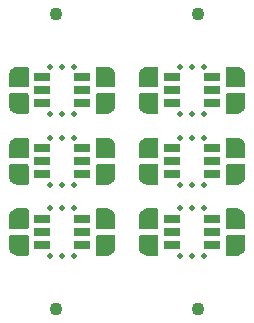
<source format=gts>
G04 #@! TF.GenerationSoftware,KiCad,Pcbnew,8.0.1*
G04 #@! TF.CreationDate,2024-04-12T13:03:15-07:00*
G04 #@! TF.ProjectId,Pinlight_panel,50696e6c-6967-4687-945f-70616e656c2e,rev?*
G04 #@! TF.SameCoordinates,Original*
G04 #@! TF.FileFunction,Soldermask,Top*
G04 #@! TF.FilePolarity,Negative*
%FSLAX46Y46*%
G04 Gerber Fmt 4.6, Leading zero omitted, Abs format (unit mm)*
G04 Created by KiCad (PCBNEW 8.0.1) date 2024-04-12 13:03:15*
%MOMM*%
%LPD*%
G01*
G04 APERTURE LIST*
%ADD10C,0.500000*%
%ADD11C,1.100000*%
%ADD12C,1.000000*%
%ADD13R,1.400000X0.650000*%
G04 APERTURE END LIST*
D10*
X144000000Y-42999500D03*
X155000000Y-30999500D03*
X143000000Y-32999978D03*
D11*
X154500000Y-47499500D03*
D10*
X142000000Y-36999500D03*
D12*
X150300000Y-39799500D03*
D13*
X152300000Y-27899500D03*
X152300000Y-28999500D03*
X152300000Y-30099500D03*
X155700000Y-30099500D03*
X155700000Y-28999500D03*
X155700000Y-27899500D03*
D10*
X144000000Y-26999852D03*
X144000000Y-38999851D03*
D12*
X157700000Y-39799500D03*
D10*
X143000000Y-38999978D03*
D12*
X150300000Y-33799500D03*
X150300000Y-30199500D03*
X146700000Y-33799500D03*
D10*
X154000000Y-32999978D03*
X153000000Y-27000107D03*
X144000000Y-36999500D03*
X142000000Y-27000107D03*
X155000000Y-26999852D03*
D12*
X146700000Y-42199500D03*
X157700000Y-42199500D03*
X150300000Y-27799500D03*
X139300000Y-42199500D03*
X150300000Y-36199500D03*
D13*
X152300000Y-33899500D03*
X152300000Y-34999500D03*
X152300000Y-36099500D03*
X155700000Y-36099500D03*
X155700000Y-34999500D03*
X155700000Y-33899500D03*
D12*
X139300000Y-30199500D03*
D10*
X153000000Y-39000106D03*
D12*
X139300000Y-33799500D03*
D10*
X155000000Y-38999851D03*
D13*
X152300000Y-39899500D03*
X152300000Y-40999500D03*
X152300000Y-42099500D03*
X155700000Y-42099500D03*
X155700000Y-40999500D03*
X155700000Y-39899500D03*
D10*
X155000000Y-42999500D03*
X154000000Y-38999978D03*
X154000000Y-36999500D03*
D12*
X139300000Y-39799500D03*
D10*
X142000000Y-42999500D03*
D12*
X157700000Y-33799500D03*
D10*
X142000000Y-39000106D03*
D12*
X146700000Y-39799500D03*
D13*
X141300000Y-33899500D03*
X141300000Y-34999500D03*
X141300000Y-36099500D03*
X144700000Y-36099500D03*
X144700000Y-34999500D03*
X144700000Y-33899500D03*
D12*
X146700000Y-30199500D03*
D10*
X144000000Y-30999500D03*
X144000000Y-32999851D03*
X143000000Y-36999500D03*
X143000000Y-30999500D03*
X153000000Y-33000106D03*
D12*
X157700000Y-30199500D03*
X157700000Y-36199500D03*
D11*
X154500000Y-22500000D03*
D10*
X153000000Y-42999500D03*
D13*
X141300000Y-27899500D03*
X141300000Y-28999500D03*
X141300000Y-30099500D03*
X144700000Y-30099500D03*
X144700000Y-28999500D03*
X144700000Y-27899500D03*
D10*
X143000000Y-42999500D03*
X142000000Y-30999500D03*
X154000000Y-30999500D03*
D12*
X146700000Y-27799500D03*
D10*
X143000000Y-26999979D03*
D11*
X142500000Y-22500000D03*
D10*
X154000000Y-42999500D03*
X154000000Y-26999979D03*
D12*
X157700000Y-27799500D03*
D10*
X153000000Y-30999500D03*
X142000000Y-33000106D03*
D12*
X146700000Y-36199500D03*
D10*
X153000000Y-36999500D03*
D12*
X139300000Y-27799500D03*
X139300000Y-36199500D03*
D13*
X141300000Y-39899500D03*
X141300000Y-40999500D03*
X141300000Y-42099500D03*
X144700000Y-42099500D03*
X144700000Y-40999500D03*
X144700000Y-39899500D03*
D10*
X155000000Y-36999500D03*
D12*
X150300000Y-42199500D03*
D11*
X142500000Y-47499500D03*
D10*
X155000000Y-32999851D03*
G36*
X146751751Y-32999549D02*
G01*
X146822024Y-33001516D01*
X146846147Y-33004576D01*
X146984872Y-33036239D01*
X147011081Y-33045410D01*
X147137699Y-33106386D01*
X147161210Y-33121159D01*
X147271084Y-33208781D01*
X147290718Y-33228415D01*
X147378340Y-33338289D01*
X147393113Y-33361800D01*
X147454089Y-33488418D01*
X147463260Y-33514627D01*
X147494923Y-33653352D01*
X147497983Y-33677474D01*
X147499951Y-33747748D01*
X147500000Y-33751219D01*
X147500000Y-34625500D01*
X147480315Y-34692539D01*
X147427511Y-34738294D01*
X147376000Y-34749500D01*
X145974000Y-34749500D01*
X145906961Y-34729815D01*
X145861206Y-34677011D01*
X145850000Y-34625500D01*
X145850000Y-33123500D01*
X145869685Y-33056461D01*
X145922489Y-33010706D01*
X145974000Y-32999500D01*
X146748281Y-32999500D01*
X146751751Y-32999549D01*
G37*
G36*
X140093039Y-35269185D02*
G01*
X140138794Y-35321989D01*
X140150000Y-35373500D01*
X140150000Y-36875500D01*
X140130315Y-36942539D01*
X140077511Y-36988294D01*
X140026000Y-36999500D01*
X139251719Y-36999500D01*
X139248248Y-36999451D01*
X139177974Y-36997483D01*
X139153852Y-36994423D01*
X139015127Y-36962760D01*
X138988918Y-36953589D01*
X138862300Y-36892613D01*
X138838789Y-36877840D01*
X138728915Y-36790218D01*
X138709281Y-36770584D01*
X138621659Y-36660710D01*
X138606886Y-36637199D01*
X138545910Y-36510581D01*
X138536739Y-36484372D01*
X138505076Y-36345647D01*
X138502016Y-36321523D01*
X138500049Y-36251249D01*
X138500000Y-36247780D01*
X138500000Y-35373500D01*
X138519685Y-35306461D01*
X138572489Y-35260706D01*
X138624000Y-35249500D01*
X140026000Y-35249500D01*
X140093039Y-35269185D01*
G37*
G36*
X158443039Y-41269185D02*
G01*
X158488794Y-41321989D01*
X158500000Y-41373500D01*
X158500000Y-42247780D01*
X158499951Y-42251251D01*
X158497983Y-42321525D01*
X158494923Y-42345647D01*
X158463260Y-42484372D01*
X158454089Y-42510581D01*
X158393113Y-42637199D01*
X158378340Y-42660710D01*
X158290718Y-42770584D01*
X158271084Y-42790218D01*
X158161210Y-42877840D01*
X158137699Y-42892613D01*
X158011081Y-42953589D01*
X157984872Y-42962760D01*
X157846147Y-42994423D01*
X157822025Y-42997483D01*
X157751752Y-42999451D01*
X157748281Y-42999500D01*
X156974000Y-42999500D01*
X156906961Y-42979815D01*
X156861206Y-42927011D01*
X156850000Y-42875500D01*
X156850000Y-41373500D01*
X156869685Y-41306461D01*
X156922489Y-41260706D01*
X156974000Y-41249500D01*
X158376000Y-41249500D01*
X158443039Y-41269185D01*
G37*
G36*
X151093039Y-29269185D02*
G01*
X151138794Y-29321989D01*
X151150000Y-29373500D01*
X151150000Y-30875500D01*
X151130315Y-30942539D01*
X151077511Y-30988294D01*
X151026000Y-30999500D01*
X150251719Y-30999500D01*
X150248248Y-30999451D01*
X150177974Y-30997483D01*
X150153852Y-30994423D01*
X150015127Y-30962760D01*
X149988918Y-30953589D01*
X149862300Y-30892613D01*
X149838789Y-30877840D01*
X149728915Y-30790218D01*
X149709281Y-30770584D01*
X149621659Y-30660710D01*
X149606886Y-30637199D01*
X149545910Y-30510581D01*
X149536739Y-30484372D01*
X149505076Y-30345647D01*
X149502016Y-30321523D01*
X149500049Y-30251249D01*
X149500000Y-30247780D01*
X149500000Y-29373500D01*
X149519685Y-29306461D01*
X149572489Y-29260706D01*
X149624000Y-29249500D01*
X151026000Y-29249500D01*
X151093039Y-29269185D01*
G37*
G36*
X140093039Y-27019185D02*
G01*
X140138794Y-27071989D01*
X140150000Y-27123500D01*
X140150000Y-28625500D01*
X140130315Y-28692539D01*
X140077511Y-28738294D01*
X140026000Y-28749500D01*
X138624000Y-28749500D01*
X138556961Y-28729815D01*
X138511206Y-28677011D01*
X138500000Y-28625500D01*
X138500000Y-27751219D01*
X138500049Y-27747750D01*
X138502016Y-27677476D01*
X138505076Y-27653352D01*
X138536739Y-27514627D01*
X138545910Y-27488418D01*
X138606886Y-27361800D01*
X138621659Y-27338289D01*
X138709281Y-27228415D01*
X138728915Y-27208781D01*
X138838789Y-27121159D01*
X138862300Y-27106386D01*
X138988918Y-27045410D01*
X139015127Y-27036239D01*
X139153852Y-27004576D01*
X139177976Y-27001516D01*
X139248250Y-26999549D01*
X139251719Y-26999500D01*
X140026000Y-26999500D01*
X140093039Y-27019185D01*
G37*
G36*
X158443039Y-29269185D02*
G01*
X158488794Y-29321989D01*
X158500000Y-29373500D01*
X158500000Y-30247780D01*
X158499951Y-30251251D01*
X158497983Y-30321525D01*
X158494923Y-30345647D01*
X158463260Y-30484372D01*
X158454089Y-30510581D01*
X158393113Y-30637199D01*
X158378340Y-30660710D01*
X158290718Y-30770584D01*
X158271084Y-30790218D01*
X158161210Y-30877840D01*
X158137699Y-30892613D01*
X158011081Y-30953589D01*
X157984872Y-30962760D01*
X157846147Y-30994423D01*
X157822025Y-30997483D01*
X157751752Y-30999451D01*
X157748281Y-30999500D01*
X156974000Y-30999500D01*
X156906961Y-30979815D01*
X156861206Y-30927011D01*
X156850000Y-30875500D01*
X156850000Y-29373500D01*
X156869685Y-29306461D01*
X156922489Y-29260706D01*
X156974000Y-29249500D01*
X158376000Y-29249500D01*
X158443039Y-29269185D01*
G37*
G36*
X157751751Y-38999549D02*
G01*
X157822024Y-39001516D01*
X157846147Y-39004576D01*
X157984872Y-39036239D01*
X158011081Y-39045410D01*
X158137699Y-39106386D01*
X158161210Y-39121159D01*
X158271084Y-39208781D01*
X158290718Y-39228415D01*
X158378340Y-39338289D01*
X158393113Y-39361800D01*
X158454089Y-39488418D01*
X158463260Y-39514627D01*
X158494923Y-39653352D01*
X158497983Y-39677474D01*
X158499951Y-39747748D01*
X158500000Y-39751219D01*
X158500000Y-40625500D01*
X158480315Y-40692539D01*
X158427511Y-40738294D01*
X158376000Y-40749500D01*
X156974000Y-40749500D01*
X156906961Y-40729815D01*
X156861206Y-40677011D01*
X156850000Y-40625500D01*
X156850000Y-39123500D01*
X156869685Y-39056461D01*
X156922489Y-39010706D01*
X156974000Y-38999500D01*
X157748281Y-38999500D01*
X157751751Y-38999549D01*
G37*
G36*
X140093039Y-39019185D02*
G01*
X140138794Y-39071989D01*
X140150000Y-39123500D01*
X140150000Y-40625500D01*
X140130315Y-40692539D01*
X140077511Y-40738294D01*
X140026000Y-40749500D01*
X138624000Y-40749500D01*
X138556961Y-40729815D01*
X138511206Y-40677011D01*
X138500000Y-40625500D01*
X138500000Y-39751219D01*
X138500049Y-39747750D01*
X138502016Y-39677476D01*
X138505076Y-39653352D01*
X138536739Y-39514627D01*
X138545910Y-39488418D01*
X138606886Y-39361800D01*
X138621659Y-39338289D01*
X138709281Y-39228415D01*
X138728915Y-39208781D01*
X138838789Y-39121159D01*
X138862300Y-39106386D01*
X138988918Y-39045410D01*
X139015127Y-39036239D01*
X139153852Y-39004576D01*
X139177976Y-39001516D01*
X139248250Y-38999549D01*
X139251719Y-38999500D01*
X140026000Y-38999500D01*
X140093039Y-39019185D01*
G37*
G36*
X151093039Y-41269185D02*
G01*
X151138794Y-41321989D01*
X151150000Y-41373500D01*
X151150000Y-42875500D01*
X151130315Y-42942539D01*
X151077511Y-42988294D01*
X151026000Y-42999500D01*
X150251719Y-42999500D01*
X150248248Y-42999451D01*
X150177974Y-42997483D01*
X150153852Y-42994423D01*
X150015127Y-42962760D01*
X149988918Y-42953589D01*
X149862300Y-42892613D01*
X149838789Y-42877840D01*
X149728915Y-42790218D01*
X149709281Y-42770584D01*
X149621659Y-42660710D01*
X149606886Y-42637199D01*
X149545910Y-42510581D01*
X149536739Y-42484372D01*
X149505076Y-42345647D01*
X149502016Y-42321523D01*
X149500049Y-42251249D01*
X149500000Y-42247780D01*
X149500000Y-41373500D01*
X149519685Y-41306461D01*
X149572489Y-41260706D01*
X149624000Y-41249500D01*
X151026000Y-41249500D01*
X151093039Y-41269185D01*
G37*
G36*
X157751751Y-26999549D02*
G01*
X157822024Y-27001516D01*
X157846147Y-27004576D01*
X157984872Y-27036239D01*
X158011081Y-27045410D01*
X158137699Y-27106386D01*
X158161210Y-27121159D01*
X158271084Y-27208781D01*
X158290718Y-27228415D01*
X158378340Y-27338289D01*
X158393113Y-27361800D01*
X158454089Y-27488418D01*
X158463260Y-27514627D01*
X158494923Y-27653352D01*
X158497983Y-27677474D01*
X158499951Y-27747748D01*
X158500000Y-27751219D01*
X158500000Y-28625500D01*
X158480315Y-28692539D01*
X158427511Y-28738294D01*
X158376000Y-28749500D01*
X156974000Y-28749500D01*
X156906961Y-28729815D01*
X156861206Y-28677011D01*
X156850000Y-28625500D01*
X156850000Y-27123500D01*
X156869685Y-27056461D01*
X156922489Y-27010706D01*
X156974000Y-26999500D01*
X157748281Y-26999500D01*
X157751751Y-26999549D01*
G37*
G36*
X140093039Y-29269185D02*
G01*
X140138794Y-29321989D01*
X140150000Y-29373500D01*
X140150000Y-30875500D01*
X140130315Y-30942539D01*
X140077511Y-30988294D01*
X140026000Y-30999500D01*
X139251719Y-30999500D01*
X139248248Y-30999451D01*
X139177974Y-30997483D01*
X139153852Y-30994423D01*
X139015127Y-30962760D01*
X138988918Y-30953589D01*
X138862300Y-30892613D01*
X138838789Y-30877840D01*
X138728915Y-30790218D01*
X138709281Y-30770584D01*
X138621659Y-30660710D01*
X138606886Y-30637199D01*
X138545910Y-30510581D01*
X138536739Y-30484372D01*
X138505076Y-30345647D01*
X138502016Y-30321523D01*
X138500049Y-30251249D01*
X138500000Y-30247780D01*
X138500000Y-29373500D01*
X138519685Y-29306461D01*
X138572489Y-29260706D01*
X138624000Y-29249500D01*
X140026000Y-29249500D01*
X140093039Y-29269185D01*
G37*
G36*
X147443039Y-41269185D02*
G01*
X147488794Y-41321989D01*
X147500000Y-41373500D01*
X147500000Y-42247780D01*
X147499951Y-42251251D01*
X147497983Y-42321525D01*
X147494923Y-42345647D01*
X147463260Y-42484372D01*
X147454089Y-42510581D01*
X147393113Y-42637199D01*
X147378340Y-42660710D01*
X147290718Y-42770584D01*
X147271084Y-42790218D01*
X147161210Y-42877840D01*
X147137699Y-42892613D01*
X147011081Y-42953589D01*
X146984872Y-42962760D01*
X146846147Y-42994423D01*
X146822025Y-42997483D01*
X146751752Y-42999451D01*
X146748281Y-42999500D01*
X145974000Y-42999500D01*
X145906961Y-42979815D01*
X145861206Y-42927011D01*
X145850000Y-42875500D01*
X145850000Y-41373500D01*
X145869685Y-41306461D01*
X145922489Y-41260706D01*
X145974000Y-41249500D01*
X147376000Y-41249500D01*
X147443039Y-41269185D01*
G37*
G36*
X140093039Y-41269185D02*
G01*
X140138794Y-41321989D01*
X140150000Y-41373500D01*
X140150000Y-42875500D01*
X140130315Y-42942539D01*
X140077511Y-42988294D01*
X140026000Y-42999500D01*
X139251719Y-42999500D01*
X139248248Y-42999451D01*
X139177974Y-42997483D01*
X139153852Y-42994423D01*
X139015127Y-42962760D01*
X138988918Y-42953589D01*
X138862300Y-42892613D01*
X138838789Y-42877840D01*
X138728915Y-42790218D01*
X138709281Y-42770584D01*
X138621659Y-42660710D01*
X138606886Y-42637199D01*
X138545910Y-42510581D01*
X138536739Y-42484372D01*
X138505076Y-42345647D01*
X138502016Y-42321523D01*
X138500049Y-42251249D01*
X138500000Y-42247780D01*
X138500000Y-41373500D01*
X138519685Y-41306461D01*
X138572489Y-41260706D01*
X138624000Y-41249500D01*
X140026000Y-41249500D01*
X140093039Y-41269185D01*
G37*
G36*
X158443039Y-35269185D02*
G01*
X158488794Y-35321989D01*
X158500000Y-35373500D01*
X158500000Y-36247780D01*
X158499951Y-36251251D01*
X158497983Y-36321525D01*
X158494923Y-36345647D01*
X158463260Y-36484372D01*
X158454089Y-36510581D01*
X158393113Y-36637199D01*
X158378340Y-36660710D01*
X158290718Y-36770584D01*
X158271084Y-36790218D01*
X158161210Y-36877840D01*
X158137699Y-36892613D01*
X158011081Y-36953589D01*
X157984872Y-36962760D01*
X157846147Y-36994423D01*
X157822025Y-36997483D01*
X157751752Y-36999451D01*
X157748281Y-36999500D01*
X156974000Y-36999500D01*
X156906961Y-36979815D01*
X156861206Y-36927011D01*
X156850000Y-36875500D01*
X156850000Y-35373500D01*
X156869685Y-35306461D01*
X156922489Y-35260706D01*
X156974000Y-35249500D01*
X158376000Y-35249500D01*
X158443039Y-35269185D01*
G37*
G36*
X151093039Y-35269185D02*
G01*
X151138794Y-35321989D01*
X151150000Y-35373500D01*
X151150000Y-36875500D01*
X151130315Y-36942539D01*
X151077511Y-36988294D01*
X151026000Y-36999500D01*
X150251719Y-36999500D01*
X150248248Y-36999451D01*
X150177974Y-36997483D01*
X150153852Y-36994423D01*
X150015127Y-36962760D01*
X149988918Y-36953589D01*
X149862300Y-36892613D01*
X149838789Y-36877840D01*
X149728915Y-36790218D01*
X149709281Y-36770584D01*
X149621659Y-36660710D01*
X149606886Y-36637199D01*
X149545910Y-36510581D01*
X149536739Y-36484372D01*
X149505076Y-36345647D01*
X149502016Y-36321523D01*
X149500049Y-36251249D01*
X149500000Y-36247780D01*
X149500000Y-35373500D01*
X149519685Y-35306461D01*
X149572489Y-35260706D01*
X149624000Y-35249500D01*
X151026000Y-35249500D01*
X151093039Y-35269185D01*
G37*
G36*
X151093039Y-33019185D02*
G01*
X151138794Y-33071989D01*
X151150000Y-33123500D01*
X151150000Y-34625500D01*
X151130315Y-34692539D01*
X151077511Y-34738294D01*
X151026000Y-34749500D01*
X149624000Y-34749500D01*
X149556961Y-34729815D01*
X149511206Y-34677011D01*
X149500000Y-34625500D01*
X149500000Y-33751219D01*
X149500049Y-33747750D01*
X149502016Y-33677476D01*
X149505076Y-33653352D01*
X149536739Y-33514627D01*
X149545910Y-33488418D01*
X149606886Y-33361800D01*
X149621659Y-33338289D01*
X149709281Y-33228415D01*
X149728915Y-33208781D01*
X149838789Y-33121159D01*
X149862300Y-33106386D01*
X149988918Y-33045410D01*
X150015127Y-33036239D01*
X150153852Y-33004576D01*
X150177976Y-33001516D01*
X150248250Y-32999549D01*
X150251719Y-32999500D01*
X151026000Y-32999500D01*
X151093039Y-33019185D01*
G37*
G36*
X147443039Y-29269185D02*
G01*
X147488794Y-29321989D01*
X147500000Y-29373500D01*
X147500000Y-30247780D01*
X147499951Y-30251251D01*
X147497983Y-30321525D01*
X147494923Y-30345647D01*
X147463260Y-30484372D01*
X147454089Y-30510581D01*
X147393113Y-30637199D01*
X147378340Y-30660710D01*
X147290718Y-30770584D01*
X147271084Y-30790218D01*
X147161210Y-30877840D01*
X147137699Y-30892613D01*
X147011081Y-30953589D01*
X146984872Y-30962760D01*
X146846147Y-30994423D01*
X146822025Y-30997483D01*
X146751752Y-30999451D01*
X146748281Y-30999500D01*
X145974000Y-30999500D01*
X145906961Y-30979815D01*
X145861206Y-30927011D01*
X145850000Y-30875500D01*
X145850000Y-29373500D01*
X145869685Y-29306461D01*
X145922489Y-29260706D01*
X145974000Y-29249500D01*
X147376000Y-29249500D01*
X147443039Y-29269185D01*
G37*
G36*
X146751751Y-38999549D02*
G01*
X146822024Y-39001516D01*
X146846147Y-39004576D01*
X146984872Y-39036239D01*
X147011081Y-39045410D01*
X147137699Y-39106386D01*
X147161210Y-39121159D01*
X147271084Y-39208781D01*
X147290718Y-39228415D01*
X147378340Y-39338289D01*
X147393113Y-39361800D01*
X147454089Y-39488418D01*
X147463260Y-39514627D01*
X147494923Y-39653352D01*
X147497983Y-39677474D01*
X147499951Y-39747748D01*
X147500000Y-39751219D01*
X147500000Y-40625500D01*
X147480315Y-40692539D01*
X147427511Y-40738294D01*
X147376000Y-40749500D01*
X145974000Y-40749500D01*
X145906961Y-40729815D01*
X145861206Y-40677011D01*
X145850000Y-40625500D01*
X145850000Y-39123500D01*
X145869685Y-39056461D01*
X145922489Y-39010706D01*
X145974000Y-38999500D01*
X146748281Y-38999500D01*
X146751751Y-38999549D01*
G37*
G36*
X157751751Y-32999549D02*
G01*
X157822024Y-33001516D01*
X157846147Y-33004576D01*
X157984872Y-33036239D01*
X158011081Y-33045410D01*
X158137699Y-33106386D01*
X158161210Y-33121159D01*
X158271084Y-33208781D01*
X158290718Y-33228415D01*
X158378340Y-33338289D01*
X158393113Y-33361800D01*
X158454089Y-33488418D01*
X158463260Y-33514627D01*
X158494923Y-33653352D01*
X158497983Y-33677474D01*
X158499951Y-33747748D01*
X158500000Y-33751219D01*
X158500000Y-34625500D01*
X158480315Y-34692539D01*
X158427511Y-34738294D01*
X158376000Y-34749500D01*
X156974000Y-34749500D01*
X156906961Y-34729815D01*
X156861206Y-34677011D01*
X156850000Y-34625500D01*
X156850000Y-33123500D01*
X156869685Y-33056461D01*
X156922489Y-33010706D01*
X156974000Y-32999500D01*
X157748281Y-32999500D01*
X157751751Y-32999549D01*
G37*
G36*
X151093039Y-39019185D02*
G01*
X151138794Y-39071989D01*
X151150000Y-39123500D01*
X151150000Y-40625500D01*
X151130315Y-40692539D01*
X151077511Y-40738294D01*
X151026000Y-40749500D01*
X149624000Y-40749500D01*
X149556961Y-40729815D01*
X149511206Y-40677011D01*
X149500000Y-40625500D01*
X149500000Y-39751219D01*
X149500049Y-39747750D01*
X149502016Y-39677476D01*
X149505076Y-39653352D01*
X149536739Y-39514627D01*
X149545910Y-39488418D01*
X149606886Y-39361800D01*
X149621659Y-39338289D01*
X149709281Y-39228415D01*
X149728915Y-39208781D01*
X149838789Y-39121159D01*
X149862300Y-39106386D01*
X149988918Y-39045410D01*
X150015127Y-39036239D01*
X150153852Y-39004576D01*
X150177976Y-39001516D01*
X150248250Y-38999549D01*
X150251719Y-38999500D01*
X151026000Y-38999500D01*
X151093039Y-39019185D01*
G37*
G36*
X140093039Y-33019185D02*
G01*
X140138794Y-33071989D01*
X140150000Y-33123500D01*
X140150000Y-34625500D01*
X140130315Y-34692539D01*
X140077511Y-34738294D01*
X140026000Y-34749500D01*
X138624000Y-34749500D01*
X138556961Y-34729815D01*
X138511206Y-34677011D01*
X138500000Y-34625500D01*
X138500000Y-33751219D01*
X138500049Y-33747750D01*
X138502016Y-33677476D01*
X138505076Y-33653352D01*
X138536739Y-33514627D01*
X138545910Y-33488418D01*
X138606886Y-33361800D01*
X138621659Y-33338289D01*
X138709281Y-33228415D01*
X138728915Y-33208781D01*
X138838789Y-33121159D01*
X138862300Y-33106386D01*
X138988918Y-33045410D01*
X139015127Y-33036239D01*
X139153852Y-33004576D01*
X139177976Y-33001516D01*
X139248250Y-32999549D01*
X139251719Y-32999500D01*
X140026000Y-32999500D01*
X140093039Y-33019185D01*
G37*
G36*
X147443039Y-35269185D02*
G01*
X147488794Y-35321989D01*
X147500000Y-35373500D01*
X147500000Y-36247780D01*
X147499951Y-36251251D01*
X147497983Y-36321525D01*
X147494923Y-36345647D01*
X147463260Y-36484372D01*
X147454089Y-36510581D01*
X147393113Y-36637199D01*
X147378340Y-36660710D01*
X147290718Y-36770584D01*
X147271084Y-36790218D01*
X147161210Y-36877840D01*
X147137699Y-36892613D01*
X147011081Y-36953589D01*
X146984872Y-36962760D01*
X146846147Y-36994423D01*
X146822025Y-36997483D01*
X146751752Y-36999451D01*
X146748281Y-36999500D01*
X145974000Y-36999500D01*
X145906961Y-36979815D01*
X145861206Y-36927011D01*
X145850000Y-36875500D01*
X145850000Y-35373500D01*
X145869685Y-35306461D01*
X145922489Y-35260706D01*
X145974000Y-35249500D01*
X147376000Y-35249500D01*
X147443039Y-35269185D01*
G37*
G36*
X151093039Y-27019185D02*
G01*
X151138794Y-27071989D01*
X151150000Y-27123500D01*
X151150000Y-28625500D01*
X151130315Y-28692539D01*
X151077511Y-28738294D01*
X151026000Y-28749500D01*
X149624000Y-28749500D01*
X149556961Y-28729815D01*
X149511206Y-28677011D01*
X149500000Y-28625500D01*
X149500000Y-27751219D01*
X149500049Y-27747750D01*
X149502016Y-27677476D01*
X149505076Y-27653352D01*
X149536739Y-27514627D01*
X149545910Y-27488418D01*
X149606886Y-27361800D01*
X149621659Y-27338289D01*
X149709281Y-27228415D01*
X149728915Y-27208781D01*
X149838789Y-27121159D01*
X149862300Y-27106386D01*
X149988918Y-27045410D01*
X150015127Y-27036239D01*
X150153852Y-27004576D01*
X150177976Y-27001516D01*
X150248250Y-26999549D01*
X150251719Y-26999500D01*
X151026000Y-26999500D01*
X151093039Y-27019185D01*
G37*
G36*
X146751751Y-26999549D02*
G01*
X146822024Y-27001516D01*
X146846147Y-27004576D01*
X146984872Y-27036239D01*
X147011081Y-27045410D01*
X147137699Y-27106386D01*
X147161210Y-27121159D01*
X147271084Y-27208781D01*
X147290718Y-27228415D01*
X147378340Y-27338289D01*
X147393113Y-27361800D01*
X147454089Y-27488418D01*
X147463260Y-27514627D01*
X147494923Y-27653352D01*
X147497983Y-27677474D01*
X147499951Y-27747748D01*
X147500000Y-27751219D01*
X147500000Y-28625500D01*
X147480315Y-28692539D01*
X147427511Y-28738294D01*
X147376000Y-28749500D01*
X145974000Y-28749500D01*
X145906961Y-28729815D01*
X145861206Y-28677011D01*
X145850000Y-28625500D01*
X145850000Y-27123500D01*
X145869685Y-27056461D01*
X145922489Y-27010706D01*
X145974000Y-26999500D01*
X146748281Y-26999500D01*
X146751751Y-26999549D01*
G37*
M02*

</source>
